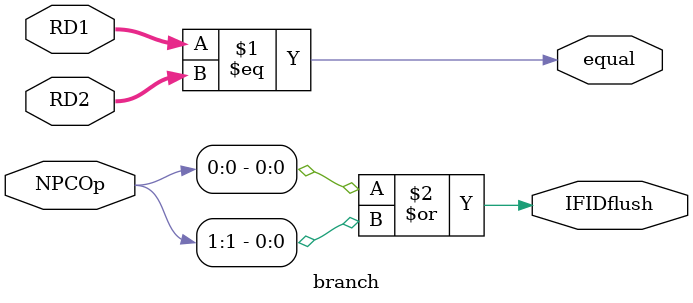
<source format=v>
module branch (
	RD1, RD2, NPCOp, equal, IFIDflush
);

     input  [31:0]  RD1;
     input  [31:0]  RD2;
     input  [0:1]   NPCOp;

     output         equal;
     output         IFIDflush;

     assign equal = (RD1 == RD2);
     assign IFIDflush = NPCOp[0] | NPCOp[1];


endmodule

</source>
